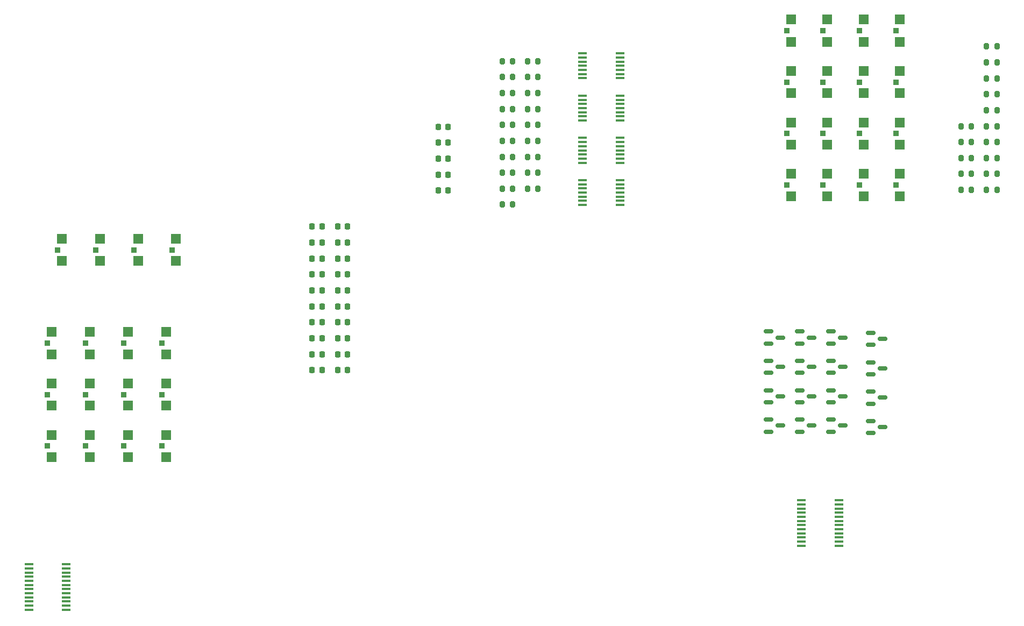
<source format=gbr>
%TF.GenerationSoftware,KiCad,Pcbnew,9.0.4*%
%TF.CreationDate,2025-09-05T13:59:23+10:00*%
%TF.ProjectId,scale-infrared-digitiser,7363616c-652d-4696-9e66-72617265642d,rev?*%
%TF.SameCoordinates,Original*%
%TF.FileFunction,Paste,Top*%
%TF.FilePolarity,Positive*%
%FSLAX46Y46*%
G04 Gerber Fmt 4.6, Leading zero omitted, Abs format (unit mm)*
G04 Created by KiCad (PCBNEW 9.0.4) date 2025-09-05 13:59:23*
%MOMM*%
%LPD*%
G01*
G04 APERTURE LIST*
G04 Aperture macros list*
%AMRoundRect*
0 Rectangle with rounded corners*
0 $1 Rounding radius*
0 $2 $3 $4 $5 $6 $7 $8 $9 X,Y pos of 4 corners*
0 Add a 4 corners polygon primitive as box body*
4,1,4,$2,$3,$4,$5,$6,$7,$8,$9,$2,$3,0*
0 Add four circle primitives for the rounded corners*
1,1,$1+$1,$2,$3*
1,1,$1+$1,$4,$5*
1,1,$1+$1,$6,$7*
1,1,$1+$1,$8,$9*
0 Add four rect primitives between the rounded corners*
20,1,$1+$1,$2,$3,$4,$5,0*
20,1,$1+$1,$4,$5,$6,$7,0*
20,1,$1+$1,$6,$7,$8,$9,0*
20,1,$1+$1,$8,$9,$2,$3,0*%
G04 Aperture macros list end*
%ADD10RoundRect,0.200000X-0.200000X-0.275000X0.200000X-0.275000X0.200000X0.275000X-0.200000X0.275000X0*%
%ADD11RoundRect,0.150000X-0.587500X-0.150000X0.587500X-0.150000X0.587500X0.150000X-0.587500X0.150000X0*%
%ADD12R,0.900000X0.900000*%
%ADD13R,1.500000X1.500000*%
%ADD14R,1.475000X0.450000*%
%ADD15RoundRect,0.225000X-0.225000X-0.250000X0.225000X-0.250000X0.225000X0.250000X-0.225000X0.250000X0*%
G04 APERTURE END LIST*
D10*
%TO.C,R34*%
X168275000Y-79475000D03*
X166625000Y-79475000D03*
%TD*%
%TO.C,R33*%
X168275000Y-76965000D03*
X166625000Y-76965000D03*
%TD*%
%TO.C,R32*%
X168275000Y-74455000D03*
X166625000Y-74455000D03*
%TD*%
%TO.C,R31*%
X168275000Y-71945000D03*
X166625000Y-71945000D03*
%TD*%
%TO.C,R30*%
X168275000Y-69435000D03*
X166625000Y-69435000D03*
%TD*%
%TO.C,R29*%
X168275000Y-66925000D03*
X166625000Y-66925000D03*
%TD*%
%TO.C,R28*%
X168275000Y-64415000D03*
X166625000Y-64415000D03*
%TD*%
%TO.C,R27*%
X168275000Y-61905000D03*
X166625000Y-61905000D03*
%TD*%
%TO.C,R26*%
X168275000Y-59395000D03*
X166625000Y-59395000D03*
%TD*%
%TO.C,R25*%
X164265000Y-81985000D03*
X162615000Y-81985000D03*
%TD*%
%TO.C,R24*%
X164265000Y-79475000D03*
X162615000Y-79475000D03*
%TD*%
%TO.C,R23*%
X164265000Y-76965000D03*
X162615000Y-76965000D03*
%TD*%
%TO.C,R22*%
X164265000Y-74455000D03*
X162615000Y-74455000D03*
%TD*%
%TO.C,R21*%
X164265000Y-71945000D03*
X162615000Y-71945000D03*
%TD*%
%TO.C,R20*%
X164265000Y-69435000D03*
X162615000Y-69435000D03*
%TD*%
%TO.C,R19*%
X164265000Y-66925000D03*
X162615000Y-66925000D03*
%TD*%
%TO.C,R18*%
X164265000Y-64415000D03*
X162615000Y-64415000D03*
%TD*%
%TO.C,R17*%
X164265000Y-61905000D03*
X162615000Y-61905000D03*
%TD*%
%TO.C,R16*%
X164265000Y-59395000D03*
X162615000Y-59395000D03*
%TD*%
%TO.C,R15*%
X240525000Y-79670000D03*
X238875000Y-79670000D03*
%TD*%
%TO.C,R14*%
X240525000Y-77160000D03*
X238875000Y-77160000D03*
%TD*%
%TO.C,R13*%
X240525000Y-74650000D03*
X238875000Y-74650000D03*
%TD*%
%TO.C,R12*%
X240525000Y-72140000D03*
X238875000Y-72140000D03*
%TD*%
%TO.C,R11*%
X240525000Y-69630000D03*
X238875000Y-69630000D03*
%TD*%
%TO.C,R10*%
X240525000Y-67120000D03*
X238875000Y-67120000D03*
%TD*%
%TO.C,R9*%
X240525000Y-64610000D03*
X238875000Y-64610000D03*
%TD*%
%TO.C,R8*%
X240525000Y-62100000D03*
X238875000Y-62100000D03*
%TD*%
%TO.C,R7*%
X240525000Y-59590000D03*
X238875000Y-59590000D03*
%TD*%
%TO.C,R6*%
X240525000Y-57080000D03*
X238875000Y-57080000D03*
%TD*%
%TO.C,R5*%
X236515000Y-79670000D03*
X234865000Y-79670000D03*
%TD*%
%TO.C,R4*%
X236515000Y-77160000D03*
X234865000Y-77160000D03*
%TD*%
%TO.C,R3*%
X236515000Y-74650000D03*
X234865000Y-74650000D03*
%TD*%
%TO.C,R2*%
X236515000Y-72140000D03*
X234865000Y-72140000D03*
%TD*%
%TO.C,R1*%
X236515000Y-69630000D03*
X234865000Y-69630000D03*
%TD*%
D11*
%TO.C,Q16*%
X222485000Y-117000000D03*
X220610000Y-117950000D03*
X220610000Y-116050000D03*
%TD*%
%TO.C,Q15*%
X222485000Y-112375000D03*
X220610000Y-113325000D03*
X220610000Y-111425000D03*
%TD*%
%TO.C,Q14*%
X222485000Y-107750000D03*
X220610000Y-108700000D03*
X220610000Y-106800000D03*
%TD*%
%TO.C,Q13*%
X222485000Y-103125000D03*
X220610000Y-104075000D03*
X220610000Y-102175000D03*
%TD*%
%TO.C,Q12*%
X216250000Y-116775000D03*
X214375000Y-117725000D03*
X214375000Y-115825000D03*
%TD*%
%TO.C,Q11*%
X216250000Y-112150000D03*
X214375000Y-113100000D03*
X214375000Y-111200000D03*
%TD*%
%TO.C,Q10*%
X216250000Y-107525000D03*
X214375000Y-108475000D03*
X214375000Y-106575000D03*
%TD*%
%TO.C,Q9*%
X216250000Y-102900000D03*
X214375000Y-103850000D03*
X214375000Y-101950000D03*
%TD*%
%TO.C,Q8*%
X211340000Y-116775000D03*
X209465000Y-117725000D03*
X209465000Y-115825000D03*
%TD*%
%TO.C,Q7*%
X211340000Y-112150000D03*
X209465000Y-113100000D03*
X209465000Y-111200000D03*
%TD*%
%TO.C,Q6*%
X211340000Y-107525000D03*
X209465000Y-108475000D03*
X209465000Y-106575000D03*
%TD*%
%TO.C,Q5*%
X211340000Y-102900000D03*
X209465000Y-103850000D03*
X209465000Y-101950000D03*
%TD*%
%TO.C,Q4*%
X206430000Y-116775000D03*
X204555000Y-117725000D03*
X204555000Y-115825000D03*
%TD*%
%TO.C,Q3*%
X206430000Y-112150000D03*
X204555000Y-113100000D03*
X204555000Y-111200000D03*
%TD*%
%TO.C,Q2*%
X206430000Y-107525000D03*
X204555000Y-108475000D03*
X204555000Y-106575000D03*
%TD*%
%TO.C,Q1*%
X206430000Y-102900000D03*
X204555000Y-103850000D03*
X204555000Y-101950000D03*
%TD*%
D12*
%TO.C,LED15*%
X224590000Y-78900000D03*
D13*
X225240000Y-80650000D03*
X225240000Y-77150000D03*
%TD*%
D12*
%TO.C,LED14*%
X218870000Y-78900000D03*
D13*
X219520000Y-80650000D03*
X219520000Y-77150000D03*
%TD*%
D12*
%TO.C,LED13*%
X213150000Y-78900000D03*
D13*
X213800000Y-80650000D03*
X213800000Y-77150000D03*
%TD*%
D12*
%TO.C,LED12*%
X207430000Y-78900000D03*
D13*
X208080000Y-80650000D03*
X208080000Y-77150000D03*
%TD*%
D12*
%TO.C,LED11*%
X224590000Y-70800000D03*
D13*
X225240000Y-72550000D03*
X225240000Y-69050000D03*
%TD*%
D12*
%TO.C,LED10*%
X218870000Y-70800000D03*
D13*
X219520000Y-72550000D03*
X219520000Y-69050000D03*
%TD*%
D12*
%TO.C,LED9*%
X213150000Y-70800000D03*
D13*
X213800000Y-72550000D03*
X213800000Y-69050000D03*
%TD*%
D12*
%TO.C,LED8*%
X207430000Y-70800000D03*
D13*
X208080000Y-72550000D03*
X208080000Y-69050000D03*
%TD*%
D12*
%TO.C,LED7*%
X224590000Y-62700000D03*
D13*
X225240000Y-64450000D03*
X225240000Y-60950000D03*
%TD*%
D12*
%TO.C,LED6*%
X218870000Y-62700000D03*
D13*
X219520000Y-64450000D03*
X219520000Y-60950000D03*
%TD*%
D12*
%TO.C,LED5*%
X213150000Y-62700000D03*
D13*
X213800000Y-64450000D03*
X213800000Y-60950000D03*
%TD*%
D12*
%TO.C,LED4*%
X207430000Y-62700000D03*
D13*
X208080000Y-64450000D03*
X208080000Y-60950000D03*
%TD*%
D12*
%TO.C,LED3*%
X224590000Y-54600000D03*
D13*
X225240000Y-56350000D03*
X225240000Y-52850000D03*
%TD*%
D12*
%TO.C,LED2*%
X218870000Y-54600000D03*
D13*
X219520000Y-56350000D03*
X219520000Y-52850000D03*
%TD*%
D12*
%TO.C,LED1*%
X213150000Y-54600000D03*
D13*
X213800000Y-56350000D03*
X213800000Y-52850000D03*
%TD*%
D12*
%TO.C,LED0*%
X207430000Y-54600000D03*
D13*
X208080000Y-56350000D03*
X208080000Y-52850000D03*
%TD*%
D14*
%TO.C,IC5*%
X94025000Y-138600000D03*
X94025000Y-139250000D03*
X94025000Y-139900000D03*
X94025000Y-140550000D03*
X94025000Y-141200000D03*
X94025000Y-141850000D03*
X94025000Y-142500000D03*
X94025000Y-143150000D03*
X94025000Y-143800000D03*
X94025000Y-144450000D03*
X94025000Y-145100000D03*
X94025000Y-145750000D03*
X88149000Y-145750000D03*
X88149000Y-145100000D03*
X88149000Y-144450000D03*
X88149000Y-143800000D03*
X88149000Y-143150000D03*
X88149000Y-142500000D03*
X88149000Y-141850000D03*
X88149000Y-141200000D03*
X88149000Y-140550000D03*
X88149000Y-139900000D03*
X88149000Y-139250000D03*
X88149000Y-138600000D03*
%TD*%
%TO.C,IC4*%
X215626000Y-128535000D03*
X215626000Y-129185000D03*
X215626000Y-129835000D03*
X215626000Y-130485000D03*
X215626000Y-131135000D03*
X215626000Y-131785000D03*
X215626000Y-132435000D03*
X215626000Y-133085000D03*
X215626000Y-133735000D03*
X215626000Y-134385000D03*
X215626000Y-135035000D03*
X215626000Y-135685000D03*
X209750000Y-135685000D03*
X209750000Y-135035000D03*
X209750000Y-134385000D03*
X209750000Y-133735000D03*
X209750000Y-133085000D03*
X209750000Y-132435000D03*
X209750000Y-131785000D03*
X209750000Y-131135000D03*
X209750000Y-130485000D03*
X209750000Y-129835000D03*
X209750000Y-129185000D03*
X209750000Y-128535000D03*
%TD*%
%TO.C,IC3*%
X181178000Y-78135000D03*
X181178000Y-78785000D03*
X181178000Y-79435000D03*
X181178000Y-80085000D03*
X181178000Y-80735000D03*
X181178000Y-81385000D03*
X181178000Y-82035000D03*
X175302000Y-82035000D03*
X175302000Y-81385000D03*
X175302000Y-80735000D03*
X175302000Y-80085000D03*
X175302000Y-79435000D03*
X175302000Y-78785000D03*
X175302000Y-78135000D03*
%TD*%
%TO.C,IC2*%
X181178000Y-71485000D03*
X181178000Y-72135000D03*
X181178000Y-72785000D03*
X181178000Y-73435000D03*
X181178000Y-74085000D03*
X181178000Y-74735000D03*
X181178000Y-75385000D03*
X175302000Y-75385000D03*
X175302000Y-74735000D03*
X175302000Y-74085000D03*
X175302000Y-73435000D03*
X175302000Y-72785000D03*
X175302000Y-72135000D03*
X175302000Y-71485000D03*
%TD*%
%TO.C,IC1*%
X181178000Y-64835000D03*
X181178000Y-65485000D03*
X181178000Y-66135000D03*
X181178000Y-66785000D03*
X181178000Y-67435000D03*
X181178000Y-68085000D03*
X181178000Y-68735000D03*
X175302000Y-68735000D03*
X175302000Y-68085000D03*
X175302000Y-67435000D03*
X175302000Y-66785000D03*
X175302000Y-66135000D03*
X175302000Y-65485000D03*
X175302000Y-64835000D03*
%TD*%
%TO.C,IC0*%
X181178000Y-58185000D03*
X181178000Y-58835000D03*
X181178000Y-59485000D03*
X181178000Y-60135000D03*
X181178000Y-60785000D03*
X181178000Y-61435000D03*
X181178000Y-62085000D03*
X175302000Y-62085000D03*
X175302000Y-61435000D03*
X175302000Y-60785000D03*
X175302000Y-60135000D03*
X175302000Y-59485000D03*
X175302000Y-58835000D03*
X175302000Y-58185000D03*
%TD*%
D12*
%TO.C,D_photo15*%
X109050000Y-120000000D03*
D13*
X109700000Y-121750000D03*
X109700000Y-118250000D03*
%TD*%
D12*
%TO.C,D_photo14*%
X103050000Y-120000000D03*
D13*
X103700000Y-121750000D03*
X103700000Y-118250000D03*
%TD*%
D12*
%TO.C,D_photo13*%
X97050000Y-120000000D03*
D13*
X97700000Y-121750000D03*
X97700000Y-118250000D03*
%TD*%
D12*
%TO.C,D_photo12*%
X91050000Y-120000000D03*
D13*
X91700000Y-121750000D03*
X91700000Y-118250000D03*
%TD*%
D12*
%TO.C,D_photo11*%
X109050000Y-111900000D03*
D13*
X109700000Y-113650000D03*
X109700000Y-110150000D03*
%TD*%
D12*
%TO.C,D_photo10*%
X103050000Y-111900000D03*
D13*
X103700000Y-113650000D03*
X103700000Y-110150000D03*
%TD*%
D12*
%TO.C,D_photo9*%
X97050000Y-111900000D03*
D13*
X97700000Y-113650000D03*
X97700000Y-110150000D03*
%TD*%
D12*
%TO.C,D_photo8*%
X91050000Y-111900000D03*
D13*
X91700000Y-113650000D03*
X91700000Y-110150000D03*
%TD*%
D12*
%TO.C,D_photo7*%
X109050000Y-103800000D03*
D13*
X109700000Y-105550000D03*
X109700000Y-102050000D03*
%TD*%
D12*
%TO.C,D_photo6*%
X103050000Y-103800000D03*
D13*
X103700000Y-105550000D03*
X103700000Y-102050000D03*
%TD*%
D12*
%TO.C,D_photo5*%
X97050000Y-103800000D03*
D13*
X97700000Y-105550000D03*
X97700000Y-102050000D03*
%TD*%
D12*
%TO.C,D_photo4*%
X91050000Y-103800000D03*
D13*
X91700000Y-105550000D03*
X91700000Y-102050000D03*
%TD*%
D12*
%TO.C,D_photo3*%
X110650000Y-89100000D03*
D13*
X111300000Y-90850000D03*
X111300000Y-87350000D03*
%TD*%
D12*
%TO.C,D_photo2*%
X104650000Y-89100000D03*
D13*
X105300000Y-90850000D03*
X105300000Y-87350000D03*
%TD*%
D12*
%TO.C,D_photo1*%
X98650000Y-89100000D03*
D13*
X99300000Y-90850000D03*
X99300000Y-87350000D03*
%TD*%
D12*
%TO.C,D_photo0*%
X92650000Y-89100000D03*
D13*
X93300000Y-90850000D03*
X93300000Y-87350000D03*
%TD*%
D15*
%TO.C,C25*%
X154100000Y-79775000D03*
X152550000Y-79775000D03*
%TD*%
%TO.C,C24*%
X154100000Y-77265000D03*
X152550000Y-77265000D03*
%TD*%
%TO.C,C23*%
X154100000Y-74755000D03*
X152550000Y-74755000D03*
%TD*%
%TO.C,C22*%
X154100000Y-72245000D03*
X152550000Y-72245000D03*
%TD*%
%TO.C,C21*%
X154100000Y-69735000D03*
X152550000Y-69735000D03*
%TD*%
%TO.C,C20*%
X138275000Y-108040000D03*
X136725000Y-108040000D03*
%TD*%
%TO.C,C19*%
X138275000Y-105530000D03*
X136725000Y-105530000D03*
%TD*%
%TO.C,C18*%
X138275000Y-103020000D03*
X136725000Y-103020000D03*
%TD*%
%TO.C,C17*%
X138275000Y-100510000D03*
X136725000Y-100510000D03*
%TD*%
%TO.C,C16*%
X138275000Y-98000000D03*
X136725000Y-98000000D03*
%TD*%
%TO.C,C15*%
X138275000Y-95490000D03*
X136725000Y-95490000D03*
%TD*%
%TO.C,C14*%
X138275000Y-92980000D03*
X136725000Y-92980000D03*
%TD*%
%TO.C,C13*%
X138275000Y-90470000D03*
X136725000Y-90470000D03*
%TD*%
%TO.C,C12*%
X138275000Y-87960000D03*
X136725000Y-87960000D03*
%TD*%
%TO.C,C11*%
X138275000Y-85450000D03*
X136725000Y-85450000D03*
%TD*%
%TO.C,C10*%
X134265000Y-108040000D03*
X132715000Y-108040000D03*
%TD*%
%TO.C,C9*%
X134265000Y-105530000D03*
X132715000Y-105530000D03*
%TD*%
%TO.C,C8*%
X134265000Y-103020000D03*
X132715000Y-103020000D03*
%TD*%
%TO.C,C7*%
X134265000Y-100510000D03*
X132715000Y-100510000D03*
%TD*%
%TO.C,C6*%
X134265000Y-98000000D03*
X132715000Y-98000000D03*
%TD*%
%TO.C,C5*%
X134265000Y-95490000D03*
X132715000Y-95490000D03*
%TD*%
%TO.C,C4*%
X134265000Y-92980000D03*
X132715000Y-92980000D03*
%TD*%
%TO.C,C3*%
X134265000Y-90470000D03*
X132715000Y-90470000D03*
%TD*%
%TO.C,C2*%
X134265000Y-87960000D03*
X132715000Y-87960000D03*
%TD*%
%TO.C,C1*%
X134265000Y-85450000D03*
X132715000Y-85450000D03*
%TD*%
M02*

</source>
